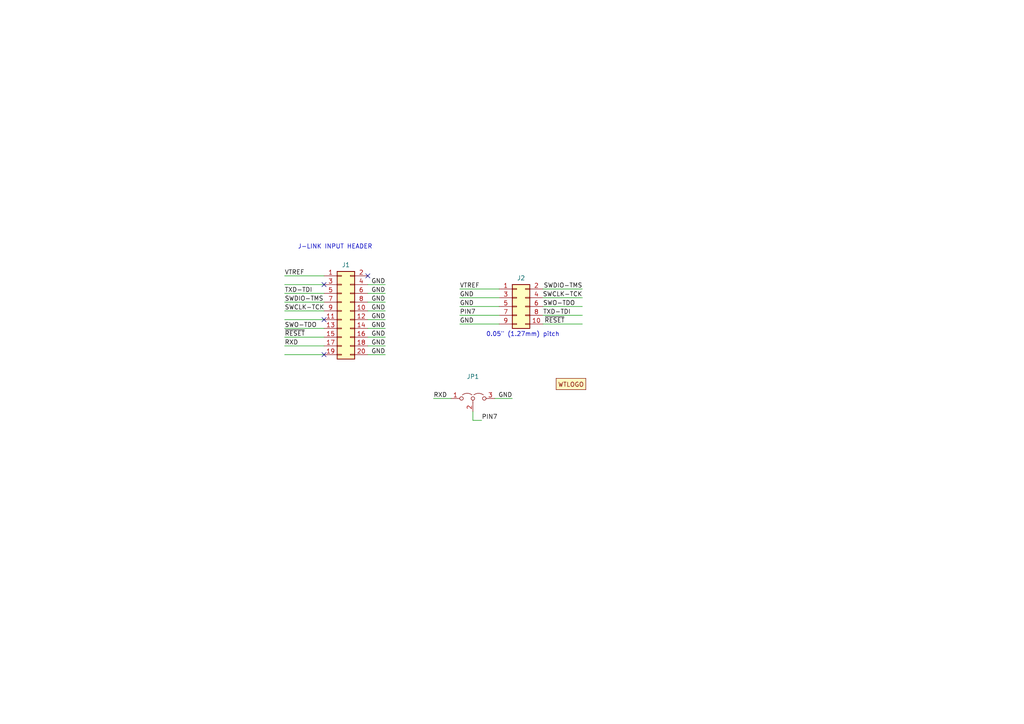
<source format=kicad_sch>
(kicad_sch (version 20250114) (generator "eeschema") (generator_version "9.0")
  (paper "A4")
  (lib_symbols
    (symbol "Connector_Generic:Conn_02x05_Odd_Even" (pin_names (offset 1.016) (hide yes))
      (property "Reference" "J" (at 1.27 7.62 0))
      (property "Value" "Conn_02x05_Odd_Even" (at 1.27 -7.62 0))
      (symbol "Conn_02x05_Odd_Even_1_1"
        (rectangle (start -1.27 6.35) (end 3.81 -6.35) (stroke (width 0.254)) (fill (type background)))
        (rectangle (start -1.27 5.207) (end 0 4.953) (stroke (width 0.1524)))
        (rectangle (start -1.27 2.667) (end 0 2.413) (stroke (width 0.1524)))
        (rectangle (start -1.27 0.127) (end 0 -0.127) (stroke (width 0.1524)))
        (rectangle (start -1.27 -2.413) (end 0 -2.667) (stroke (width 0.1524)))
        (rectangle (start -1.27 -4.953) (end 0 -5.207) (stroke (width 0.1524)))
        (rectangle (start 3.81 5.207) (end 2.54 4.953) (stroke (width 0.1524)))
        (rectangle (start 3.81 2.667) (end 2.54 2.413) (stroke (width 0.1524)))
        (rectangle (start 3.81 0.127) (end 2.54 -0.127) (stroke (width 0.1524)))
        (rectangle (start 3.81 -2.413) (end 2.54 -2.667) (stroke (width 0.1524)))
        (rectangle (start 3.81 -4.953) (end 2.54 -5.207) (stroke (width 0.1524)))
        (pin passive line (at -5.08 5.08 0) (length 3.81) (name "Pin_1") (number "1"))
        (pin passive line (at -5.08 2.54 0) (length 3.81) (name "Pin_3") (number "3"))
        (pin passive line (at -5.08 0 0) (length 3.81) (name "Pin_5") (number "5"))
        (pin passive line (at -5.08 -2.54 0) (length 3.81) (name "Pin_7") (number "7"))
        (pin passive line (at -5.08 -5.08 0) (length 3.81) (name "Pin_9") (number "9"))
        (pin passive line (at 7.62 5.08 180) (length 3.81) (name "Pin_2") (number "2"))
        (pin passive line (at 7.62 2.54 180) (length 3.81) (name "Pin_4") (number "4"))
        (pin passive line (at 7.62 0 180) (length 3.81) (name "Pin_6") (number "6"))
        (pin passive line (at 7.62 -2.54 180) (length 3.81) (name "Pin_8") (number "8"))
        (pin passive line (at 7.62 -5.08 180) (length 3.81) (name "Pin_10") (number "10"))
      )
    )
    (symbol "Connector_Generic:Conn_02x10_Odd_Even" (pin_names (offset 1.016) (hide yes))
      (property "Reference" "J" (at 1.27 12.7 0))
      (property "Value" "Conn_02x10_Odd_Even" (at 1.27 -15.24 0))
      (symbol "Conn_02x10_Odd_Even_1_1"
        (rectangle (start -1.27 11.43) (end 3.81 -13.97) (stroke (width 0.254)) (fill (type background)))
        (rectangle (start -1.27 10.287) (end 0 10.033) (stroke (width 0.1524)))
        (rectangle (start -1.27 7.747) (end 0 7.493) (stroke (width 0.1524)))
        (rectangle (start -1.27 5.207) (end 0 4.953) (stroke (width 0.1524)))
        (rectangle (start -1.27 2.667) (end 0 2.413) (stroke (width 0.1524)))
        (rectangle (start -1.27 0.127) (end 0 -0.127) (stroke (width 0.1524)))
        (rectangle (start -1.27 -2.413) (end 0 -2.667) (stroke (width 0.1524)))
        (rectangle (start -1.27 -4.953) (end 0 -5.207) (stroke (width 0.1524)))
        (rectangle (start -1.27 -7.493) (end 0 -7.747) (stroke (width 0.1524)))
        (rectangle (start -1.27 -10.033) (end 0 -10.287) (stroke (width 0.1524)))
        (rectangle (start -1.27 -12.573) (end 0 -12.827) (stroke (width 0.1524)))
        (rectangle (start 3.81 10.287) (end 2.54 10.033) (stroke (width 0.1524)))
        (rectangle (start 3.81 7.747) (end 2.54 7.493) (stroke (width 0.1524)))
        (rectangle (start 3.81 5.207) (end 2.54 4.953) (stroke (width 0.1524)))
        (rectangle (start 3.81 2.667) (end 2.54 2.413) (stroke (width 0.1524)))
        (rectangle (start 3.81 0.127) (end 2.54 -0.127) (stroke (width 0.1524)))
        (rectangle (start 3.81 -2.413) (end 2.54 -2.667) (stroke (width 0.1524)))
        (rectangle (start 3.81 -4.953) (end 2.54 -5.207) (stroke (width 0.1524)))
        (rectangle (start 3.81 -7.493) (end 2.54 -7.747) (stroke (width 0.1524)))
        (rectangle (start 3.81 -10.033) (end 2.54 -10.287) (stroke (width 0.1524)))
        (rectangle (start 3.81 -12.573) (end 2.54 -12.827) (stroke (width 0.1524)))
        (pin passive line (at -5.08 10.16 0) (length 3.81) (name "Pin_1") (number "1"))
        (pin passive line (at -5.08 7.62 0) (length 3.81) (name "Pin_3") (number "3"))
        (pin passive line (at -5.08 5.08 0) (length 3.81) (name "Pin_5") (number "5"))
        (pin passive line (at -5.08 2.54 0) (length 3.81) (name "Pin_7") (number "7"))
        (pin passive line (at -5.08 0 0) (length 3.81) (name "Pin_9") (number "9"))
        (pin passive line (at -5.08 -2.54 0) (length 3.81) (name "Pin_11") (number "11"))
        (pin passive line (at -5.08 -5.08 0) (length 3.81) (name "Pin_13") (number "13"))
        (pin passive line (at -5.08 -7.62 0) (length 3.81) (name "Pin_15") (number "15"))
        (pin passive line (at -5.08 -10.16 0) (length 3.81) (name "Pin_17") (number "17"))
        (pin passive line (at -5.08 -12.7 0) (length 3.81) (name "Pin_19") (number "19"))
        (pin passive line (at 7.62 10.16 180) (length 3.81) (name "Pin_2") (number "2"))
        (pin passive line (at 7.62 7.62 180) (length 3.81) (name "Pin_4") (number "4"))
        (pin passive line (at 7.62 5.08 180) (length 3.81) (name "Pin_6") (number "6"))
        (pin passive line (at 7.62 2.54 180) (length 3.81) (name "Pin_8") (number "8"))
        (pin passive line (at 7.62 0 180) (length 3.81) (name "Pin_10") (number "10"))
        (pin passive line (at 7.62 -2.54 180) (length 3.81) (name "Pin_12") (number "12"))
        (pin passive line (at 7.62 -5.08 180) (length 3.81) (name "Pin_14") (number "14"))
        (pin passive line (at 7.62 -7.62 180) (length 3.81) (name "Pin_16") (number "16"))
        (pin passive line (at 7.62 -10.16 180) (length 3.81) (name "Pin_18") (number "18"))
        (pin passive line (at 7.62 -12.7 180) (length 3.81) (name "Pin_20") (number "20"))
      )
    )
    (symbol "Jumper:Jumper_3_Open" (pin_names (offset 0) (hide yes)) (exclude_from_sim yes) (in_bom no)
      (property "Reference" "JP" (at -2.54 -2.54 0))
      (property "Value" "Jumper_3_Open" (at 0 2.794 0))
      (symbol "Jumper_3_Open_0_0"
        (circle (center -3.302 0) (radius 0.508))
        (circle (center 0 0) (radius 0.508))
        (circle (center 3.302 0) (radius 0.508))
      )
      (symbol "Jumper_3_Open_0_1"
        (arc (start -3.048 1.016) (mid -1.651 1.4992) (end -0.254 1.016))
        (polyline (pts (xy 0 -0.508) (xy 0 -1.27)))
        (arc (start 0.254 1.016) (mid 1.651 1.4992) (end 3.048 1.016))
      )
      (symbol "Jumper_3_Open_1_1"
        (pin passive line (at -6.35 0 0) (length 2.54) (name "A") (number "1"))
        (pin passive line (at 0 -3.81 90) (length 2.54) (name "C") (number "2"))
        (pin passive line (at 6.35 0 180) (length 2.54) (name "B") (number "3"))
      )
    )
    (symbol "WT_Jlink_Adapter:WTLogo"
      (symbol "WTLogo_0_1"
        (rectangle (start 0 3.302) (end 8.636 0) (fill (type background)))
      )
      (symbol "WTLogo_1_1"
        (text "WTLOGO" (at 4.318 1.524 0) (effects (font (size 1.27 1.27))))
      )
    )
  )
  (text "J-LINK INPUT HEADER" (at 86.36 72.39 0) (effects (font (size 1.27 1.27)) (justify left bottom)))
  (text "0.05\" (1.27mm) pitch" (at 140.97 97.79 0) (effects (font (size 1.27 1.27)) (justify left bottom)))
  (no_connect (at 93.98 82.55))
  (no_connect (at 106.68 80.01))
  (no_connect (at 93.98 102.87))
  (no_connect (at 93.98 92.71))
  (wire (pts (xy 157.48 88.9) (xy 168.91 88.9)))
  (wire (pts (xy 93.98 85.09) (xy 82.55 85.09)))
  (wire (pts (xy 157.48 83.82) (xy 168.91 83.82)))
  (wire (pts (xy 93.98 90.17) (xy 82.55 90.17)))
  (wire (pts (xy 93.98 80.01) (xy 82.55 80.01)))
  (wire (pts (xy 133.35 91.44) (xy 144.78 91.44)))
  (wire (pts (xy 93.98 95.25) (xy 82.55 95.25)))
  (wire (pts (xy 106.68 90.17) (xy 111.76 90.17)))
  (wire (pts (xy 106.68 97.79) (xy 111.76 97.79)))
  (wire (pts (xy 93.98 92.71) (xy 82.55 92.71)))
  (wire (pts (xy 106.68 85.09) (xy 111.76 85.09)))
  (wire (pts (xy 137.16 121.92) (xy 139.7 121.92)))
  (wire (pts (xy 157.48 91.44) (xy 168.91 91.44)))
  (wire (pts (xy 137.16 119.38) (xy 137.16 121.92)))
  (wire (pts (xy 144.78 83.82) (xy 133.35 83.82)))
  (wire (pts (xy 93.98 97.79) (xy 82.55 97.79)))
  (wire (pts (xy 93.98 102.87) (xy 82.55 102.87)))
  (wire (pts (xy 157.48 93.98) (xy 168.91 93.98)))
  (wire (pts (xy 133.35 93.98) (xy 144.78 93.98)))
  (wire (pts (xy 106.68 95.25) (xy 111.76 95.25)))
  (wire (pts (xy 144.78 86.36) (xy 133.35 86.36)))
  (wire (pts (xy 106.68 92.71) (xy 111.76 92.71)))
  (wire (pts (xy 157.48 86.36) (xy 168.91 86.36)))
  (wire (pts (xy 93.98 100.33) (xy 82.55 100.33)))
  (wire (pts (xy 106.68 100.33) (xy 111.76 100.33)))
  (wire (pts (xy 93.98 82.55) (xy 82.55 82.55)))
  (wire (pts (xy 130.81 115.57) (xy 125.73 115.57)))
  (wire (pts (xy 143.51 115.57) (xy 148.59 115.57)))
  (wire (pts (xy 106.68 87.63) (xy 111.76 87.63)))
  (wire (pts (xy 106.68 102.87) (xy 111.76 102.87)))
  (wire (pts (xy 133.35 88.9) (xy 144.78 88.9)))
  (wire (pts (xy 93.98 87.63) (xy 82.55 87.63)))
  (wire (pts (xy 106.68 82.55) (xy 111.76 82.55)))
  (label "GND" (at 111.76 100.33 180))
  (label "GND" (at 111.76 95.25 180))
  (label "SWCLK-TCK" (at 82.55 90.17 0))
  (label "GND" (at 111.76 87.63 180))
  (label "GND" (at 133.35 86.36 0))
  (label "GND" (at 111.76 92.71 180))
  (label "GND" (at 111.76 82.55 180))
  (label "VTREF" (at 133.35 83.82 0))
  (label "GND" (at 111.76 102.87 180))
  (label "GND" (at 133.35 88.9 0))
  (label "PIN7" (at 133.35 91.44 0))
  (label "RXD" (at 125.73 115.57 0))
  (label "GND" (at 133.35 93.98 0))
  (label "SWDIO-TMS" (at 82.55 87.63 0))
  (label "~{RESET}" (at 82.55 97.79 0))
  (label "GND" (at 111.76 97.79 180))
  (label "GND" (at 148.59 115.57 180))
  (label "VTREF" (at 82.55 80.01 0))
  (label "SWCLK-TCK" (at 168.91 86.36 180))
  (label "TXD-TDI" (at 157.48 91.44 0))
  (label "TXD-TDI" (at 82.55 85.09 0))
  (label "~{RESET}" (at 163.83 93.98 180))
  (label "SWO-TDO" (at 157.48 88.9 0))
  (label "RXD" (at 82.55 100.33 0))
  (label "SWDIO-TMS" (at 168.91 83.82 180))
  (label "GND" (at 111.76 85.09 180))
  (label "PIN7" (at 139.7 121.92 0))
  (label "SWO-TDO" (at 82.55 95.25 0))
  (label "GND" (at 111.76 90.17 180))
  (symbol (lib_id "Jumper:Jumper_3_Open") (at 137.16 115.57 0) (unit 1) (exclude_from_sim yes) (in_bom no)
    (property "Reference" "JP1" (at 137.16 109.22 0))
    (property "Value" "Jumper_3_Open" (effects (hide yes)))
    (property "Footprint" "Connector_PinHeader_2.54mm:PinHeader_1x03_P2.54mm_Vertical" (effects (hide yes)))
    (property "Description" "Jumper, 3-pole, both open" (effects (hide yes)))
  )
  (symbol (lib_id "WT_Jlink_Adapter:WTLogo") (at 161.29 113.03 0) (unit 1)
    (property "Reference" "LOGO1" (effects (hide yes)))
    (property "Footprint" "WTMEC:WTLogo" (effects (hide yes)))
  )
  (symbol (lib_id "Connector_Generic:Conn_02x05_Odd_Even") (at 149.86 88.9 0) (unit 1)
    (property "Reference" "J2" (at 151.13 80.645 0))
    (property "Value" "Conn_02x05_Odd_Even" (effects (hide yes)))
    (property "Footprint" "Connector_PinHeader_1.27mm:PinHeader_2x05_P1.27mm_Vertical" (effects (hide yes)))
  )
  (symbol (lib_id "Connector_Generic:Conn_02x10_Odd_Even") (at 99.06 90.17 0) (unit 1)
    (property "Reference" "J1" (at 100.33 76.835 0))
    (property "Value" "Conn_02x10_Odd_Even" (effects (hide yes)))
    (property "Footprint" "Connector_PinSocket_2.54mm:PinSocket_2x10_P2.54mm_Horizontal" (effects (hide yes)))
  )
)
</source>
